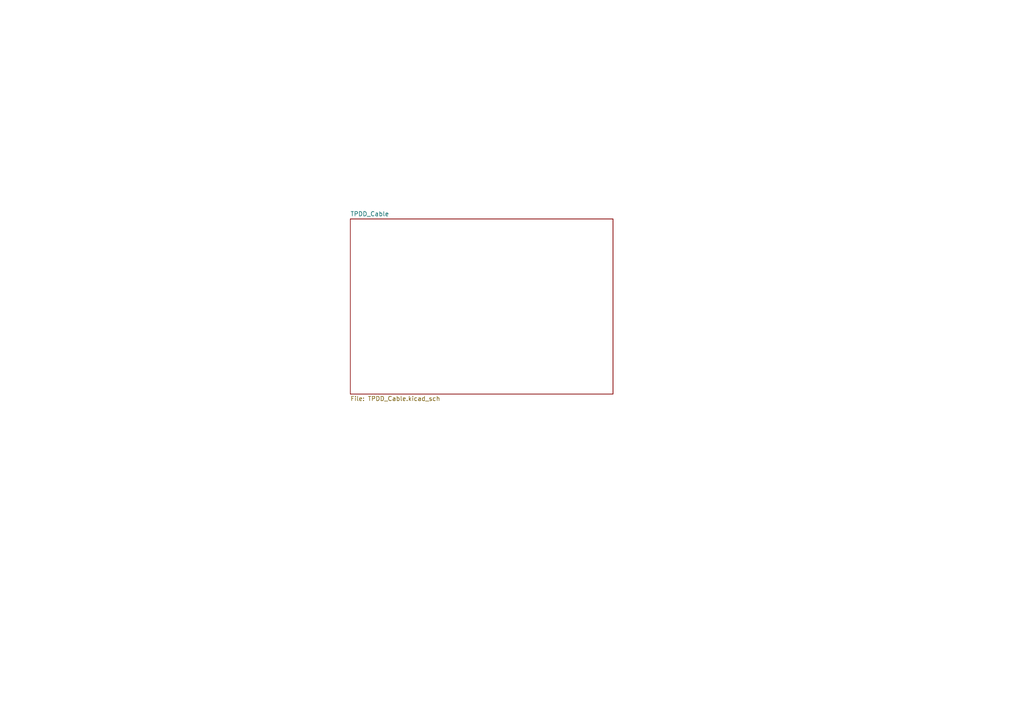
<source format=kicad_sch>
(kicad_sch
	(version 20231120)
	(generator "eeschema")
	(generator_version "8.0")
	(uuid "8c978a26-63bd-42ef-84db-2107e27041da")
	(paper "A4")
	(lib_symbols)
	(sheet
		(at 101.6 63.5)
		(size 76.2 50.8)
		(fields_autoplaced yes)
		(stroke
			(width 0.1524)
			(type solid)
		)
		(fill
			(color 0 0 0 0.0000)
		)
		(uuid "837a9c0d-b7a0-4105-85d5-9798010a27dd")
		(property "Sheetname" "TPDD_Cable"
			(at 101.6 62.7884 0)
			(effects
				(font
					(size 1.27 1.27)
				)
				(justify left bottom)
			)
		)
		(property "Sheetfile" "TPDD_Cable.kicad_sch"
			(at 101.6 114.8846 0)
			(effects
				(font
					(size 1.27 1.27)
				)
				(justify left top)
			)
		)
		(instances
			(project "TPDD_Cable_2"
				(path "/8c978a26-63bd-42ef-84db-2107e27041da"
					(page "2")
				)
			)
		)
	)
	(sheet_instances
		(path "/"
			(page "1")
		)
	)
)

</source>
